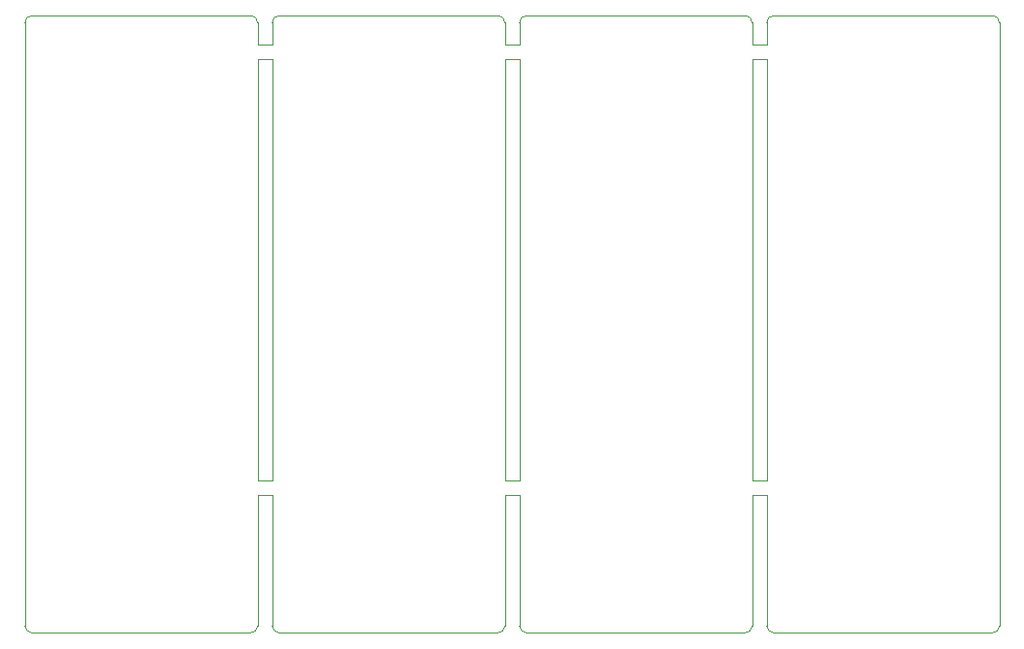
<source format=gm1>
G04 #@! TF.GenerationSoftware,KiCad,Pcbnew,5.0.0-fee4fd1~66~ubuntu18.04.1*
G04 #@! TF.CreationDate,2018-09-17T00:42:53+09:00*
G04 #@! TF.ProjectId,MxLEDBit,4D784C45444269742E6B696361645F70,1*
G04 #@! TF.SameCoordinates,Original*
G04 #@! TF.FileFunction,Profile,NP*
%FSLAX46Y46*%
G04 Gerber Fmt 4.6, Leading zero omitted, Abs format (unit mm)*
G04 Created by KiCad (PCBNEW 5.0.0-fee4fd1~66~ubuntu18.04.1) date Mon Sep 17 00:42:53 2018*
%MOMM*%
%LPD*%
G01*
G04 APERTURE LIST*
%ADD10C,0.100000*%
G04 APERTURE END LIST*
D10*
X154305000Y-86995000D02*
X154305000Y-98425000D01*
X154305000Y-48895000D02*
X154305000Y-85725000D01*
X154305000Y-45720000D02*
X154305000Y-47625000D01*
X132715000Y-47625000D02*
X132715000Y-45720000D01*
X132715000Y-85725000D02*
X132715000Y-48895000D01*
X132715000Y-98425000D02*
X132715000Y-86995000D01*
X111125000Y-86995000D02*
X111125000Y-98425000D01*
X111125000Y-48895000D02*
X111125000Y-85725000D01*
X111125000Y-45720000D02*
X111125000Y-47625000D01*
X90805000Y-45720000D02*
X90805000Y-98425000D01*
X112395000Y-86995000D02*
X112395000Y-98425000D01*
X133985000Y-86995000D02*
X133985000Y-98425000D01*
X111125000Y-86995000D02*
X112395000Y-86995000D01*
X132715000Y-86995000D02*
X133985000Y-86995000D01*
X91440000Y-45085000D02*
X110490000Y-45085000D01*
X113030000Y-45085000D02*
X132080000Y-45085000D01*
X134620000Y-45085000D02*
X153670000Y-45085000D01*
X112395000Y-48895000D02*
X112395000Y-85725000D01*
X133985000Y-48895000D02*
X133985000Y-85725000D01*
X91440000Y-99060000D02*
X110490000Y-99060000D01*
X113030000Y-99060000D02*
X132080000Y-99060000D01*
X134620000Y-99060000D02*
X153670000Y-99060000D01*
X111125000Y-48895000D02*
X112395000Y-48895000D01*
X132715000Y-48895000D02*
X133985000Y-48895000D01*
X91440000Y-99060000D02*
G75*
G02X90805000Y-98425000I0J635000D01*
G01*
X113030000Y-99060000D02*
G75*
G02X112395000Y-98425000I0J635000D01*
G01*
X134620000Y-99060000D02*
G75*
G02X133985000Y-98425000I0J635000D01*
G01*
X110490000Y-45085000D02*
G75*
G02X111125000Y-45720000I0J-635000D01*
G01*
X132080000Y-45085000D02*
G75*
G02X132715000Y-45720000I0J-635000D01*
G01*
X153670000Y-45085000D02*
G75*
G02X154305000Y-45720000I0J-635000D01*
G01*
X90805000Y-45720000D02*
G75*
G02X91440000Y-45085000I635000J0D01*
G01*
X112395000Y-45720000D02*
G75*
G02X113030000Y-45085000I635000J0D01*
G01*
X133985000Y-45720000D02*
G75*
G02X134620000Y-45085000I635000J0D01*
G01*
X111125000Y-47625000D02*
X112395000Y-47625000D01*
X132715000Y-47625000D02*
X133985000Y-47625000D01*
X111125000Y-98425000D02*
G75*
G02X110490000Y-99060000I-635000J0D01*
G01*
X132715000Y-98425000D02*
G75*
G02X132080000Y-99060000I-635000J0D01*
G01*
X154305000Y-98425000D02*
G75*
G02X153670000Y-99060000I-635000J0D01*
G01*
X112395000Y-45720000D02*
X112395000Y-47625000D01*
X133985000Y-45720000D02*
X133985000Y-47625000D01*
X112395000Y-85725000D02*
X111125000Y-85725000D01*
X133985000Y-85725000D02*
X132715000Y-85725000D01*
X155575000Y-86995000D02*
X155575000Y-98425000D01*
X154305000Y-86995000D02*
X155575000Y-86995000D01*
X155575000Y-85725000D02*
X154305000Y-85725000D01*
X155575000Y-45720000D02*
X155575000Y-47625000D01*
X175895000Y-98425000D02*
G75*
G02X175260000Y-99060000I-635000J0D01*
G01*
X154305000Y-47625000D02*
X155575000Y-47625000D01*
X155575000Y-45720000D02*
G75*
G02X156210000Y-45085000I635000J0D01*
G01*
X175260000Y-45085000D02*
G75*
G02X175895000Y-45720000I0J-635000D01*
G01*
X156210000Y-99060000D02*
G75*
G02X155575000Y-98425000I0J635000D01*
G01*
X154305000Y-48895000D02*
X155575000Y-48895000D01*
X156210000Y-99060000D02*
X175260000Y-99060000D01*
X155575000Y-48895000D02*
X155575000Y-85725000D01*
X175895000Y-45720000D02*
X175895000Y-98425000D01*
X156210000Y-45085000D02*
X175260000Y-45085000D01*
M02*

</source>
